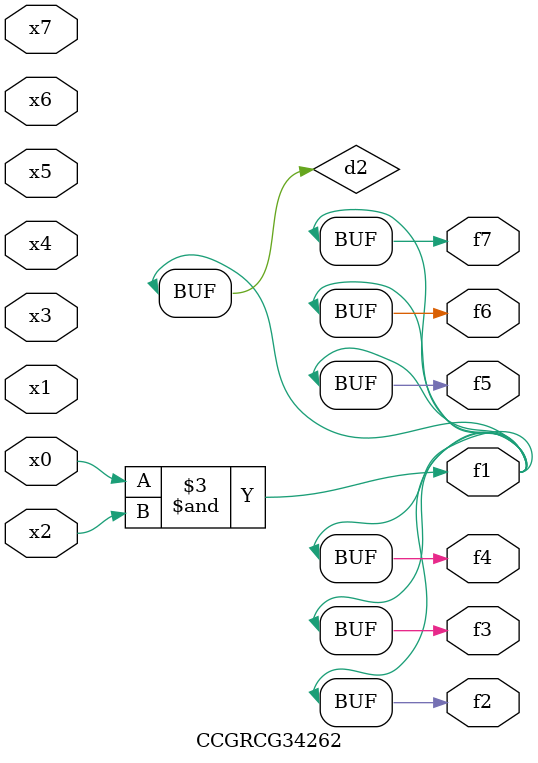
<source format=v>
module CCGRCG34262(
	input x0, x1, x2, x3, x4, x5, x6, x7,
	output f1, f2, f3, f4, f5, f6, f7
);

	wire d1, d2;

	nor (d1, x3, x6);
	and (d2, x0, x2);
	assign f1 = d2;
	assign f2 = d2;
	assign f3 = d2;
	assign f4 = d2;
	assign f5 = d2;
	assign f6 = d2;
	assign f7 = d2;
endmodule

</source>
